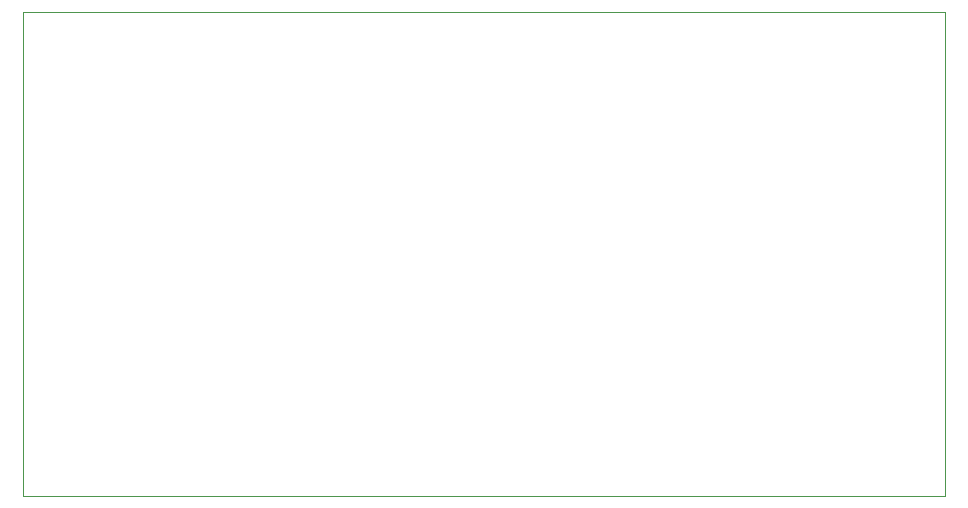
<source format=gbr>
%TF.GenerationSoftware,Altium Limited,Altium Designer,23.2.1 (34)*%
G04 Layer_Color=0*
%FSLAX45Y45*%
%MOMM*%
%TF.SameCoordinates,30BCF74E-8D5C-4CB1-BD29-C8B6E5BAA9CA*%
%TF.FilePolarity,Positive*%
%TF.FileFunction,Profile,NP*%
%TF.Part,Single*%
G01*
G75*
%TA.AperFunction,Profile*%
%ADD87C,0.02540*%
D87*
X0Y1000D02*
Y4097000D01*
X7806000D01*
Y1000D01*
X0D01*
%TF.MD5,2cd58daf92df51ed4a25a9b94375c447*%
M02*

</source>
